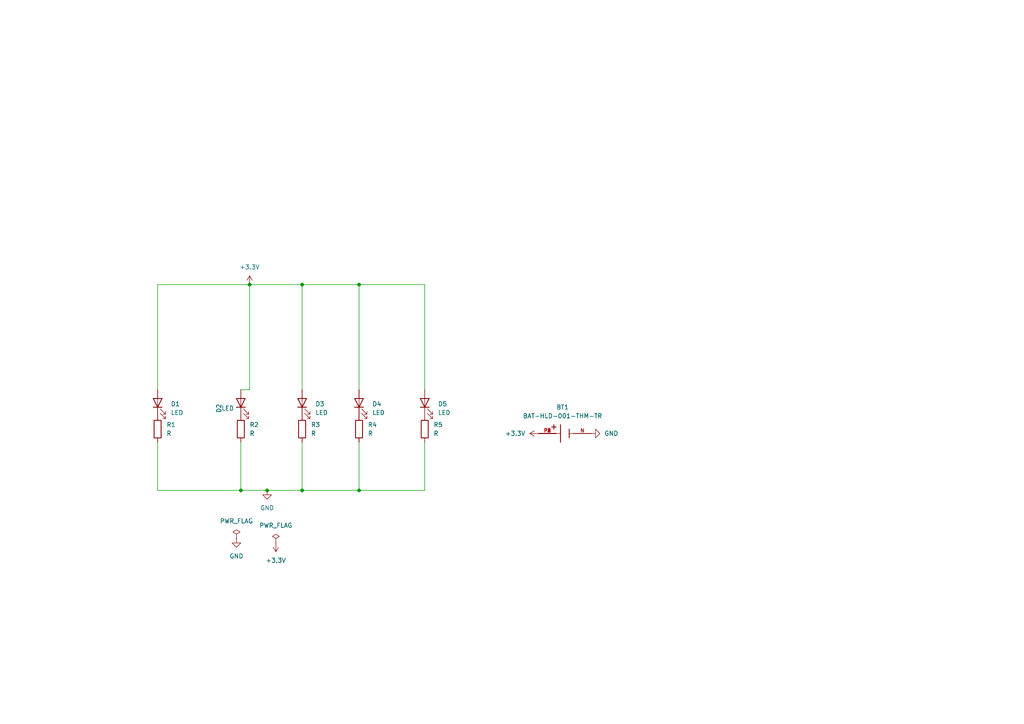
<source format=kicad_sch>
(kicad_sch (version 20231120) (generator "eeschema") (generator_version "8.0")
  (paper "A4")
  (lib_symbols
    (symbol "BAT-HLD-001-THM-TR:BAT-HLD-001-THM-TR" (pin_names (offset 1.016))
      (property "Reference" "BT" (at -3.81 3.81 0))
      (property "Value" "BAT-HLD-001-THM-TR" (at -3.81 -5.08 0))
      (symbol "BAT-HLD-001-THM-TR_0_0"
        (polyline (pts (xy -3.81 1.905) (xy -2.54 1.905)) (stroke (width 0.254)))
        (polyline (pts (xy -3.175 2.54) (xy -3.175 1.27)) (stroke (width 0.254)))
        (polyline (pts (xy -1.27 0) (xy -2.54 0)) (stroke (width 0.1524)))
        (polyline (pts (xy -1.27 0) (xy -1.27 -2.54)) (stroke (width 0.254)))
        (polyline (pts (xy -1.27 2.54) (xy -1.27 0)) (stroke (width 0.254)))
        (polyline (pts (xy 1.27 0) (xy 1.27 -1.27)) (stroke (width 0.254)))
        (polyline (pts (xy 1.27 0) (xy 2.54 0)) (stroke (width 0.1524)))
        (polyline (pts (xy 1.27 1.27) (xy 1.27 0)) (stroke (width 0.254)))
        (pin passive line (at 7.62 0 180) (length 5.08) (name "~") (number "N"))
        (pin passive line (at -7.62 0 0) (length 5.08) (name "~") (number "P1"))
        (pin passive line (at -7.62 0 0) (length 5.08) (name "~") (number "P2"))
        (pin passive line (at -7.62 0 0) (length 5.08) (name "~") (number "P3"))
        (pin passive line (at -7.62 0 0) (length 5.08) (name "~") (number "P4"))
      )
    )
    (symbol "Device:LED" (pin_numbers hide) (pin_names (offset 1.016) hide)
      (property "Reference" "D" (at 0 2.54 0))
      (property "Value" "LED" (at 0 -2.54 0))
      (symbol "LED_0_1"
        (polyline (pts (xy -1.27 -1.27) (xy -1.27 1.27)) (stroke (width 0.254)))
        (polyline (pts (xy -1.27 0) (xy 1.27 0)))
        (polyline (pts (xy 1.27 -1.27) (xy 1.27 1.27) (xy -1.27 0) (xy 1.27 -1.27)) (stroke (width 0.254)))
        (polyline (pts (xy -3.048 -0.762) (xy -4.572 -2.286) (xy -3.81 -2.286) (xy -4.572 -2.286) (xy -4.572 -1.524)))
        (polyline (pts (xy -1.778 -0.762) (xy -3.302 -2.286) (xy -2.54 -2.286) (xy -3.302 -2.286) (xy -3.302 -1.524)))
      )
      (symbol "LED_1_1"
        (pin passive line (at -3.81 0 0) (length 2.54) (name "K") (number "1"))
        (pin passive line (at 3.81 0 180) (length 2.54) (name "A") (number "2"))
      )
    )
    (symbol "Device:R" (pin_numbers hide) (pin_names (offset 0))
      (property "Reference" "R" (at 2.032 0 90))
      (property "Value" "R" (at 0 0 90))
      (symbol "R_0_1"
        (rectangle (start -1.016 -2.54) (end 1.016 2.54) (stroke (width 0.254)))
      )
      (symbol "R_1_1"
        (pin passive line (at 0 3.81 270) (length 1.27) (name "~") (number "1"))
        (pin passive line (at 0 -3.81 90) (length 1.27) (name "~") (number "2"))
      )
    )
    (symbol "power:+3.3V" (power) (pin_numbers hide) (pin_names (offset 0) hide)
      (property "Value" "+3.3V" (at 0 3.556 0))
      (symbol "+3.3V_0_1"
        (polyline (pts (xy -0.762 1.27) (xy 0 2.54)))
        (polyline (pts (xy 0 0) (xy 0 2.54)))
        (polyline (pts (xy 0 2.54) (xy 0.762 1.27)))
      )
      (symbol "+3.3V_1_1"
        (pin power_in line (at 0 0 90) (length 0) (name "~") (number "1"))
      )
    )
    (symbol "power:GND" (power) (pin_numbers hide) (pin_names (offset 0) hide)
      (property "Value" "GND" (at 0 -3.81 0))
      (symbol "GND_0_1"
        (polyline (pts (xy 0 0) (xy 0 -1.27) (xy 1.27 -1.27) (xy 0 -2.54) (xy -1.27 -1.27) (xy 0 -1.27)))
      )
      (symbol "GND_1_1"
        (pin power_in line (at 0 0 270) (length 0) (name "~") (number "1"))
      )
    )
    (symbol "power:PWR_FLAG" (power) (pin_numbers hide) (pin_names (offset 0) hide)
      (property "Value" "PWR_FLAG" (at 0 3.81 0))
      (symbol "PWR_FLAG_0_0"
        (pin power_out line (at 0 0 90) (length 0) (name "~") (number "1"))
      )
      (symbol "PWR_FLAG_0_1"
        (polyline (pts (xy 0 0) (xy 0 1.27) (xy -1.016 1.905) (xy 0 2.54) (xy 1.016 1.905) (xy 0 1.27)))
      )
    )
  )
  (junction (at 87.63 142.24))
  (junction (at 77.47 142.24))
  (junction (at 87.63 82.55))
  (junction (at 72.39 82.55))
  (junction (at 104.14 82.55))
  (junction (at 69.85 142.24))
  (junction (at 104.14 142.24))
  (wire (pts (xy 45.72 82.55) (xy 45.72 113.03)))
  (wire (pts (xy 104.14 82.55) (xy 123.19 82.55)))
  (wire (pts (xy 87.63 142.24) (xy 77.47 142.24)))
  (wire (pts (xy 45.72 128.27) (xy 45.72 142.24)))
  (wire (pts (xy 72.39 82.55) (xy 45.72 82.55)))
  (wire (pts (xy 123.19 128.27) (xy 123.19 142.24)))
  (wire (pts (xy 104.14 128.27) (xy 104.14 142.24)))
  (wire (pts (xy 45.72 142.24) (xy 69.85 142.24)))
  (wire (pts (xy 69.85 128.27) (xy 69.85 142.24)))
  (wire (pts (xy 87.63 82.55) (xy 104.14 82.55)))
  (wire (pts (xy 87.63 128.27) (xy 87.63 142.24)))
  (wire (pts (xy 123.19 142.24) (xy 104.14 142.24)))
  (wire (pts (xy 104.14 82.55) (xy 104.14 113.03)))
  (wire (pts (xy 87.63 82.55) (xy 87.63 113.03)))
  (wire (pts (xy 123.19 82.55) (xy 123.19 113.03)))
  (wire (pts (xy 72.39 113.03) (xy 69.85 113.03)))
  (wire (pts (xy 104.14 142.24) (xy 87.63 142.24)))
  (wire (pts (xy 72.39 82.55) (xy 87.63 82.55)))
  (wire (pts (xy 69.85 142.24) (xy 77.47 142.24)))
  (wire (pts (xy 72.39 82.55) (xy 72.39 113.03)))
  (symbol (lib_id "power:PWR_FLAG") (at 80.01 157.48 0) (unit 1)
    (property "Reference" "#FLG02" (effects (hide yes)))
    (property "Value" "PWR_FLAG" (at 80.01 152.4 0))
    (property "Description" "Special symbol for telling ERC where power comes from" (effects (hide yes)))
  )
  (symbol (lib_id "Device:LED") (at 123.19 116.84 90) (unit 1)
    (property "Reference" "D5" (at 127 117.1574 90) (effects (justify right)))
    (property "Value" "LED" (at 127 119.6974 90) (effects (justify right)))
    (property "Footprint" "LED_SMD:LED_0603_1608Metric" (effects (hide yes)))
    (property "Description" "Light emitting diode" (effects (hide yes)))
  )
  (symbol (lib_id "Device:LED") (at 45.72 116.84 90) (unit 1)
    (property "Reference" "D1" (at 49.53 117.1574 90) (effects (justify right)))
    (property "Value" "LED" (at 49.53 119.6974 90) (effects (justify right)))
    (property "Footprint" "LED_SMD:LED_0603_1608Metric" (effects (hide yes)))
    (property "Description" "Light emitting diode" (effects (hide yes)))
  )
  (symbol (lib_id "power:+3.3V") (at 80.01 157.48 180) (unit 1)
    (property "Reference" "#PWR06" (effects (hide yes)))
    (property "Value" "+3.3V" (at 80.01 162.56 0))
    (property "Description" "Power symbol creates a global label with name \"+3.3V\"" (effects (hide yes)))
  )
  (symbol (lib_id "Device:R") (at 104.14 124.46 0) (unit 1)
    (property "Reference" "R4" (at 106.68 123.1899 0) (effects (justify left)))
    (property "Value" "R" (at 106.68 125.7299 0) (effects (justify left)))
    (property "Footprint" "Resistor_SMD:R_0603_1608Metric" (effects (hide yes)))
    (property "Description" "Resistor" (effects (hide yes)))
  )
  (symbol (lib_id "Device:R") (at 123.19 124.46 0) (unit 1)
    (property "Reference" "R5" (at 125.73 123.1899 0) (effects (justify left)))
    (property "Value" "R" (at 125.73 125.7299 0) (effects (justify left)))
    (property "Footprint" "Resistor_SMD:R_0603_1608Metric" (effects (hide yes)))
    (property "Description" "Resistor" (effects (hide yes)))
  )
  (symbol (lib_id "power:GND") (at 171.45 125.73 90) (unit 1)
    (property "Reference" "#PWR04" (effects (hide yes)))
    (property "Value" "GND" (at 175.26 125.7299 90) (effects (justify right)))
    (property "Description" "Power symbol creates a global label with name \"GND\" , ground" (effects (hide yes)))
  )
  (symbol (lib_id "power:GND") (at 68.58 156.21 0) (unit 1)
    (property "Reference" "#PWR05" (effects (hide yes)))
    (property "Value" "GND" (at 68.58 161.29 0))
    (property "Description" "Power symbol creates a global label with name \"GND\" , ground" (effects (hide yes)))
  )
  (symbol (lib_id "power:+3.3V") (at 72.39 82.55 0) (unit 1)
    (property "Reference" "#PWR01" (effects (hide yes)))
    (property "Value" "+3.3V" (at 72.39 77.47 0))
    (property "Description" "Power symbol creates a global label with name \"+3.3V\"" (effects (hide yes)))
  )
  (symbol (lib_id "Device:LED") (at 104.14 116.84 90) (unit 1)
    (property "Reference" "D4" (at 107.95 117.1574 90) (effects (justify right)))
    (property "Value" "LED" (at 107.95 119.6974 90) (effects (justify right)))
    (property "Footprint" "LED_SMD:LED_0603_1608Metric" (effects (hide yes)))
    (property "Description" "Light emitting diode" (effects (hide yes)))
  )
  (symbol (lib_id "Device:R") (at 87.63 124.46 0) (unit 1)
    (property "Reference" "R3" (at 90.17 123.1899 0) (effects (justify left)))
    (property "Value" "R" (at 90.17 125.7299 0) (effects (justify left)))
    (property "Footprint" "Resistor_SMD:R_0603_1608Metric" (effects (hide yes)))
    (property "Description" "Resistor" (effects (hide yes)))
  )
  (symbol (lib_id "Device:LED") (at 87.63 116.84 90) (unit 1)
    (property "Reference" "D3" (at 91.44 117.1574 90) (effects (justify right)))
    (property "Value" "LED" (at 91.44 119.6974 90) (effects (justify right)))
    (property "Footprint" "LED_SMD:LED_0603_1608Metric" (effects (hide yes)))
    (property "Description" "Light emitting diode" (effects (hide yes)))
  )
  (symbol (lib_id "power:PWR_FLAG") (at 68.58 156.21 0) (unit 1)
    (property "Reference" "#FLG01" (effects (hide yes)))
    (property "Value" "PWR_FLAG" (at 68.58 151.13 0))
    (property "Description" "Special symbol for telling ERC where power comes from" (effects (hide yes)))
  )
  (symbol (lib_id "BAT-HLD-001-THM-TR:BAT-HLD-001-THM-TR") (at 163.83 125.73 0) (unit 1)
    (property "Reference" "BT1" (at 163.1696 118.11 0))
    (property "Value" "BAT-HLD-001-THM-TR" (at 163.1696 120.65 0))
    (property "Footprint" "CR2032_holder:BAT_BAT-HLD-001-THM-TR" (effects (hide yes)))
    (property "Description" "Battery Holder Coin 20 THM Nickel T&R" (effects (hide yes)))
    (property "MF" "Linx Technologies" (effects (hide yes)))
    (property "MAXIMUM_PACKAGE_HEIGHT" "4.2mm" (effects (hide yes)))
    (property "Package" "None" (effects (hide yes)))
    (property "Price" "None" (effects (hide yes)))
    (property "Check_prices" "https://www.snapeda.com/parts/BAT-HLD-001-THM-TR/Linx/view-part/?ref=eda" (effects (hide yes)))
    (property "STANDARD" "Manufacturer Recommendations" (effects (hide yes)))
    (property "PARTREV" "C" (effects (hide yes)))
    (property "SnapEDA_Link" "https://www.snapeda.com/parts/BAT-HLD-001-THM-TR/Linx/view-part/?ref=snap" (effects (hide yes)))
    (property "MP" "BAT-HLD-001-THM-TR" (effects (hide yes)))
    (property "Purchase-URL" "https://www.snapeda.com/api/url_track_click_mouser/?unipart_id=90434&manufacturer=Linx Technologies&part_name=BAT-HLD-001-THM-TR&search_term=None" (effects (hide yes)))
    (property "Availability" "In Stock" (effects (hide yes)))
    (property "MANUFACTURER" "Linx Technologies" (effects (hide yes)))
  )
  (symbol (lib_id "power:+3.3V") (at 156.21 125.73 90) (unit 1)
    (property "Reference" "#PWR03" (effects (hide yes)))
    (property "Value" "+3.3V" (at 152.4 125.7299 90) (effects (justify left)))
    (property "Description" "Power symbol creates a global label with name \"+3.3V\"" (effects (hide yes)))
  )
  (symbol (lib_id "Device:R") (at 45.72 124.46 0) (unit 1)
    (property "Reference" "R1" (at 48.26 123.1899 0) (effects (justify left)))
    (property "Value" "R" (at 48.26 125.7299 0) (effects (justify left)))
    (property "Footprint" "Resistor_SMD:R_0603_1608Metric" (effects (hide yes)))
    (property "Description" "Resistor" (effects (hide yes)))
  )
  (symbol (lib_id "Device:LED") (at 69.85 116.84 90) (unit 1)
    (property "Reference" "D2" (at 63.5 118.4275 0))
    (property "Value" "LED" (at 66.04 118.4275 90))
    (property "Footprint" "LED_SMD:LED_0603_1608Metric" (effects (hide yes)))
    (property "Description" "Light emitting diode" (effects (hide yes)))
  )
  (symbol (lib_id "Device:R") (at 69.85 124.46 0) (unit 1)
    (property "Reference" "R2" (at 72.39 123.1899 0) (effects (justify left)))
    (property "Value" "R" (at 72.39 125.7299 0) (effects (justify left)))
    (property "Footprint" "Resistor_SMD:R_0603_1608Metric" (effects (hide yes)))
    (property "Description" "Resistor" (effects (hide yes)))
  )
  (symbol (lib_id "power:GND") (at 77.47 142.24 0) (unit 1)
    (property "Reference" "#PWR02" (effects (hide yes)))
    (property "Value" "GND" (at 77.47 147.32 0))
    (property "Description" "Power symbol creates a global label with name \"GND\" , ground" (effects (hide yes)))
  )
)
</source>
